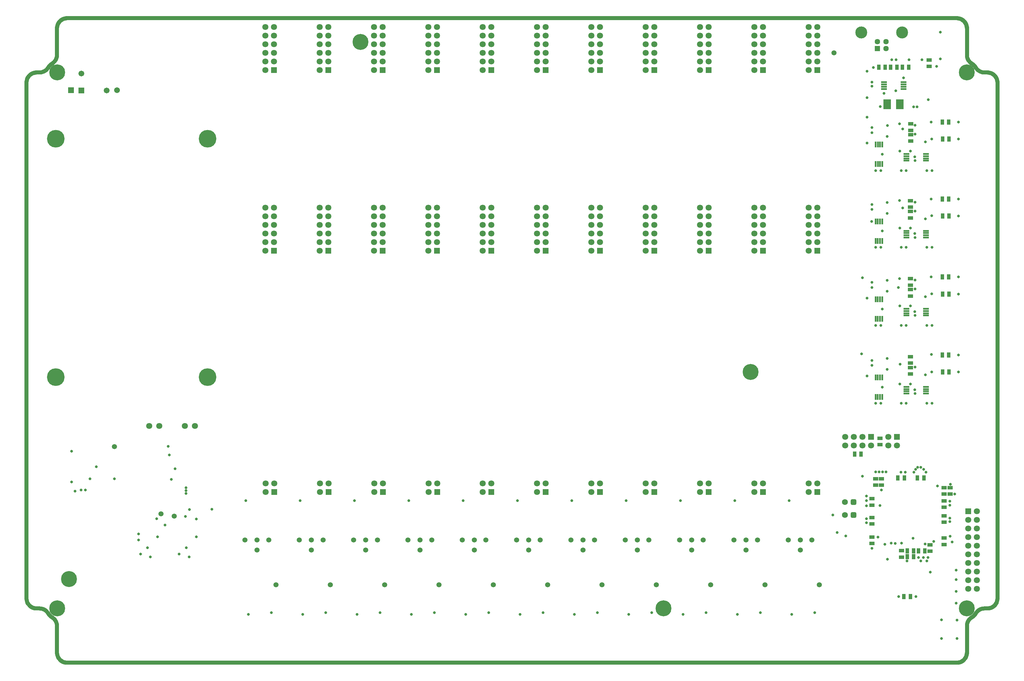
<source format=gbs>
G04*
G04 #@! TF.GenerationSoftware,Altium Limited,Altium Designer,20.1.10 (176)*
G04*
G04 Layer_Color=16711935*
%FSLAX44Y44*%
%MOMM*%
G71*
G04*
G04 #@! TF.SameCoordinates,9A07C0F8-2EC5-444E-B81E-C5A403CEBA23*
G04*
G04*
G04 #@! TF.FilePolarity,Negative*
G04*
G01*
G75*
%ADD10C,0.2000*%
%ADD19C,1.2000*%
%ADD20C,1.2000*%
%ADD22R,1.0032X1.5032*%
%ADD27R,1.5032X1.0032*%
%ADD43R,2.2032X3.0032*%
%ADD49C,1.8032*%
%ADD50R,1.8032X1.8032*%
%ADD51C,1.7032*%
%ADD52R,1.7032X1.7032*%
%ADD53C,1.7032*%
%ADD54R,1.7032X1.7032*%
%ADD55C,5.2032*%
%ADD56R,1.8032X1.8032*%
G04:AMPARAMS|DCode=57|XSize=1.7272mm|YSize=1.7272mm|CornerRadius=0.4826mm|HoleSize=0mm|Usage=FLASHONLY|Rotation=180.000|XOffset=0mm|YOffset=0mm|HoleType=Round|Shape=RoundedRectangle|*
%AMROUNDEDRECTD57*
21,1,1.7272,0.7620,0,0,180.0*
21,1,0.7620,1.7272,0,0,180.0*
1,1,0.9652,-0.3810,0.3810*
1,1,0.9652,0.3810,0.3810*
1,1,0.9652,0.3810,-0.3810*
1,1,0.9652,-0.3810,-0.3810*
%
%ADD57ROUNDEDRECTD57*%
%ADD58C,1.7272*%
%ADD59C,3.5192*%
%ADD60C,1.6112*%
%ADD61R,1.6112X1.6112*%
%ADD62C,0.8032*%
%ADD63C,1.5032*%
%ADD64C,4.7032*%
%ADD137R,0.6132X1.7732*%
%ADD138R,1.7732X0.6132*%
D10*
X65548Y147420D02*
G03*
X76279Y136585I25981J15000D01*
G01*
Y1768255D02*
G03*
X65548Y1757420I15250J-25835D01*
G01*
Y147420D02*
G03*
X39567Y162420I-25981J-15000D01*
G01*
Y1742420D02*
G03*
X65548Y1757420I0J30000D01*
G01*
X91028Y110750D02*
G03*
X76279Y136585I-30000J-0D01*
G01*
Y1768255D02*
G03*
X91028Y1794090I-15250J25835D01*
G01*
X1028Y192420D02*
G03*
X31028Y162420I30000J0D01*
G01*
Y1742420D02*
G03*
X1028Y1712420I0J-30000D01*
G01*
X91028Y32420D02*
G03*
X121028Y2420I30000J0D01*
G01*
Y1902420D02*
G03*
X91028Y1872420I0J-30000D01*
G01*
X2741029Y2420D02*
G03*
X2771028Y32420I0J30000D01*
G01*
X2785779Y136585D02*
G03*
X2771028Y110750I15250J-25835D01*
G01*
X2785779Y136585D02*
G03*
X2796509Y147420I-15250J25835D01*
G01*
X2822490Y162420D02*
G03*
X2796509Y147420I0J-30000D01*
G01*
X2831029Y162420D02*
G03*
X2861029Y192420I0J30000D01*
G01*
Y1712420D02*
G03*
X2831029Y1742420I-30000J0D01*
G01*
X2796509Y1757420D02*
G03*
X2822490Y1742420I25981J15000D01*
G01*
X2796509Y1757420D02*
G03*
X2785779Y1768255I-25981J-15000D01*
G01*
X2771028Y1794090D02*
G03*
X2785779Y1768255I30000J0D01*
G01*
X2771028Y1872420D02*
G03*
X2741029Y1902420I-30000J0D01*
G01*
X2771028Y32420D02*
Y110750D01*
X31028Y1742420D02*
X39567D01*
X31028Y162420D02*
X39567D01*
X91028Y1794090D02*
Y1872420D01*
Y32420D02*
Y110750D01*
X1028Y192420D02*
Y1712420D01*
X121028Y2420D02*
X2741029D01*
X2822490Y162420D02*
X2831029D01*
X2861029Y190228D02*
Y1712420D01*
X2822490Y1742420D02*
X2831029D01*
X2771028Y1794090D02*
Y1872420D01*
X121028Y1902420D02*
X2741029D01*
D19*
X91028Y110750D02*
G03*
X76279Y136585I-30000J-0D01*
G01*
X91028Y32420D02*
G03*
X121028Y2420I30000J0D01*
G01*
X2741029D02*
G03*
X2771028Y32420I0J30000D01*
G01*
X2785779Y136585D02*
G03*
X2771028Y110750I15250J-25835D01*
G01*
X2785779Y136585D02*
G03*
X2796509Y147420I-15250J25835D01*
G01*
X2822490Y162420D02*
G03*
X2796509Y147420I0J-30000D01*
G01*
X2832995Y162420D02*
G03*
X2860803Y190228I0J27808D01*
G01*
X2861029Y1712420D02*
G03*
X2831029Y1742420I-30000J0D01*
G01*
X2796509Y1757420D02*
G03*
X2822490Y1742420I25981J15000D01*
G01*
X2796509Y1757420D02*
G03*
X2785779Y1768255I-25981J-15000D01*
G01*
X2771028Y1794090D02*
G03*
X2785779Y1768255I30000J0D01*
G01*
X2771028Y1872420D02*
G03*
X2741029Y1902420I-30000J0D01*
G01*
X121028D02*
G03*
X91028Y1872420I0J-30000D01*
G01*
X76279Y1768255D02*
G03*
X91028Y1794090I-15250J25835D01*
G01*
X76279Y1768255D02*
G03*
X65548Y1757420I15250J-25835D01*
G01*
X39567Y1742420D02*
G03*
X65548Y1757420I0J30000D01*
G01*
X31028Y1742420D02*
G03*
X1028Y1712420I0J-30000D01*
G01*
Y192420D02*
G03*
X31028Y162420I30000J0D01*
G01*
X65548Y147420D02*
G03*
X39567Y162420I-25981J-15000D01*
G01*
X65548Y147420D02*
G03*
X76279Y136585I25981J15000D01*
G01*
X91028Y110750D02*
G03*
X76279Y136585I-30000J-0D01*
G01*
X91028Y32420D02*
G03*
X121028Y2420I30000J0D01*
G01*
X2741029D02*
G03*
X2771028Y32420I0J30000D01*
G01*
X2785779Y136585D02*
G03*
X2771028Y110750I15250J-25835D01*
G01*
X2785779Y136585D02*
G03*
X2796509Y147420I-15250J25835D01*
G01*
X2822490Y162420D02*
G03*
X2796509Y147420I0J-30000D01*
G01*
X2831029Y162420D02*
G03*
X2861029Y192420I0J30000D01*
G01*
Y1712420D02*
G03*
X2831029Y1742420I-30000J0D01*
G01*
X2796509Y1757420D02*
G03*
X2822490Y1742420I25981J15000D01*
G01*
X2796509Y1757420D02*
G03*
X2785779Y1768255I-25981J-15000D01*
G01*
X2771028Y1794090D02*
G03*
X2785779Y1768255I30000J0D01*
G01*
X2771028Y1872420D02*
G03*
X2741029Y1902420I-30000J0D01*
G01*
X121028D02*
G03*
X91028Y1872420I0J-30000D01*
G01*
X76279Y1768255D02*
G03*
X91028Y1794090I-15250J25835D01*
G01*
X76279Y1768255D02*
G03*
X65548Y1757420I15250J-25835D01*
G01*
X39567Y1742420D02*
G03*
X65548Y1757420I0J30000D01*
G01*
X31028Y1742420D02*
G03*
X1028Y1712420I0J-30000D01*
G01*
Y192420D02*
G03*
X31028Y162420I30000J0D01*
G01*
X65548Y147420D02*
G03*
X39567Y162420I-25981J-15000D01*
G01*
X65548Y147420D02*
G03*
X76279Y136585I25981J15000D01*
G01*
X91028Y110750D02*
G03*
X76279Y136585I-30000J-0D01*
G01*
X91028Y32420D02*
G03*
X121028Y2420I30000J0D01*
G01*
X2741029D02*
G03*
X2771028Y32420I0J30000D01*
G01*
X2785779Y136585D02*
G03*
X2771028Y110750I15250J-25835D01*
G01*
X2785779Y136585D02*
G03*
X2796509Y147420I-15250J25835D01*
G01*
X2822490Y162420D02*
G03*
X2796509Y147420I0J-30000D01*
G01*
X2831029Y162420D02*
G03*
X2861029Y192420I0J30000D01*
G01*
Y1712420D02*
G03*
X2831029Y1742420I-30000J0D01*
G01*
X2796509Y1757420D02*
G03*
X2822490Y1742420I25981J15000D01*
G01*
X2796509Y1757420D02*
G03*
X2785779Y1768255I-25981J-15000D01*
G01*
X2771028Y1794090D02*
G03*
X2785779Y1768255I30000J0D01*
G01*
X2771028Y1872420D02*
G03*
X2741029Y1902420I-30000J0D01*
G01*
X121028D02*
G03*
X91028Y1872420I0J-30000D01*
G01*
X76279Y1768255D02*
G03*
X91028Y1794090I-15250J25835D01*
G01*
X76279Y1768255D02*
G03*
X65548Y1757420I15250J-25835D01*
G01*
X39567Y1742420D02*
G03*
X65548Y1757420I0J30000D01*
G01*
X31028Y1742420D02*
G03*
X1028Y1712420I0J-30000D01*
G01*
Y192420D02*
G03*
X31028Y162420I30000J0D01*
G01*
X65548Y147420D02*
G03*
X39567Y162420I-25981J-15000D01*
G01*
X65548Y147420D02*
G03*
X76279Y136585I25981J15000D01*
G01*
Y136585D02*
X77920Y135543D01*
X80985Y133150D01*
X83714Y130381D01*
X86063Y127282D01*
X87991Y123905D01*
X89465Y120308D01*
X90463Y116550D01*
X90965Y112694D01*
X91028Y110750D01*
X91028Y32420D01*
Y30454D02*
Y32420D01*
Y30454D02*
X91542Y26555D01*
X92560Y22756D01*
X94065Y19123D01*
X96031Y15717D01*
X98425Y12597D01*
X101206Y9816D01*
X104326Y7423D01*
X107731Y5456D01*
X111365Y3951D01*
X115163Y2933D01*
X119062Y2420D01*
X121028Y2420D01*
X2741029D01*
X2742995D01*
X2746894Y2933D01*
X2750692Y3951D01*
X2754326Y5456D01*
X2757731Y7423D01*
X2760851Y9816D01*
X2763632Y12597D01*
X2766026Y15717D01*
X2767992Y19123D01*
X2769497Y22756D01*
X2770515Y26555D01*
X2771028Y30454D01*
Y32420D01*
Y110750D01*
X2771092Y112694D01*
X2771595Y116550D01*
X2772592Y120308D01*
X2774066Y123905D01*
X2775994Y127282D01*
X2778343Y130381D01*
X2781072Y133150D01*
X2784136Y135543D01*
X2785779Y136585D01*
X2787440Y137566D01*
X2790486Y139938D01*
X2793202Y142681D01*
X2795544Y145749D01*
X2796509Y147420D01*
X2797546Y149087D01*
X2799935Y152200D01*
X2802710Y154975D01*
X2805823Y157364D01*
X2809221Y159326D01*
X2812847Y160828D01*
X2816637Y161844D01*
X2820528Y162356D01*
X2822490Y162420D01*
X2831029D01*
X2832995D01*
X2836894Y162933D01*
X2840692Y163951D01*
X2844326Y165456D01*
X2847731Y167422D01*
X2850851Y169816D01*
X2853632Y172597D01*
X2856026Y175717D01*
X2857993Y179123D01*
X2859497Y182756D01*
X2860515Y186555D01*
X2861029Y190454D01*
Y192420D01*
Y1712420D01*
Y1714386D01*
X2860515Y1718285D02*
X2861029Y1714386D01*
X2859497Y1722084D02*
X2860515Y1718285D01*
X2857993Y1725717D02*
X2859497Y1722084D01*
X2856026Y1729123D02*
X2857993Y1725717D01*
X2853632Y1732243D02*
X2856026Y1729123D01*
X2850851Y1735023D02*
X2853632Y1732243D01*
X2847731Y1737417D02*
X2850851Y1735023D01*
X2844326Y1739384D02*
X2847731Y1737417D01*
X2840692Y1740889D02*
X2844326Y1739384D01*
X2836894Y1741907D02*
X2840692Y1740889D01*
X2832995Y1742420D02*
X2836894Y1741907D01*
X2831029Y1742420D02*
X2832995D01*
X2822490D02*
X2831029D01*
X2820528Y1742484D02*
X2822490Y1742420D01*
X2816637Y1742996D02*
X2820528Y1742484D01*
X2812847Y1744012D02*
X2816637Y1742996D01*
X2809221Y1745514D02*
X2812847Y1744012D01*
X2805823Y1747476D02*
X2809221Y1745514D01*
X2802710Y1749865D02*
X2805823Y1747476D01*
X2799935Y1752639D02*
X2802710Y1749865D01*
X2797546Y1755753D02*
X2799935Y1752639D01*
X2796509Y1757420D02*
X2797546Y1755753D01*
X2795544Y1759091D02*
X2796509Y1757420D01*
X2793202Y1762159D02*
X2795544Y1759091D01*
X2790486Y1764902D02*
X2793202Y1762159D01*
X2787440Y1767274D02*
X2790486Y1764902D01*
X2785779Y1768255D02*
X2787440Y1767274D01*
X2784136Y1769297D02*
X2785779Y1768255D01*
X2781072Y1771690D02*
X2784136Y1769297D01*
X2778343Y1774459D02*
X2781072Y1771690D01*
X2775994Y1777558D02*
X2778343Y1774459D01*
X2774066Y1780935D02*
X2775994Y1777558D01*
X2772592Y1784532D02*
X2774066Y1780935D01*
X2771595Y1788290D02*
X2772592Y1784532D01*
X2771092Y1792146D02*
X2771595Y1788290D01*
X2771028Y1794090D02*
X2771092Y1792146D01*
X2771028Y1794090D02*
Y1872420D01*
Y1874386D01*
X2770515Y1878285D02*
X2771028Y1874386D01*
X2769497Y1882084D02*
X2770515Y1878285D01*
X2767992Y1885717D02*
X2769497Y1882084D01*
X2766026Y1889123D02*
X2767992Y1885717D01*
X2763632Y1892243D02*
X2766026Y1889123D01*
X2760851Y1895023D02*
X2763632Y1892243D01*
X2757731Y1897417D02*
X2760851Y1895023D01*
X2754326Y1899384D02*
X2757731Y1897417D01*
X2750692Y1900889D02*
X2754326Y1899384D01*
X2746894Y1901907D02*
X2750692Y1900889D01*
X2742995Y1902420D02*
X2746894Y1901907D01*
X2741029Y1902420D02*
X2742995D01*
X121028D02*
X2741029D01*
X119062D02*
X121028D01*
X115163Y1901907D02*
X119062Y1902420D01*
X111365Y1900889D02*
X115163Y1901907D01*
X107731Y1899384D02*
X111365Y1900889D01*
X104326Y1897417D02*
X107731Y1899384D01*
X101206Y1895023D02*
X104326Y1897417D01*
X98425Y1892243D02*
X101206Y1895023D01*
X96031Y1889123D02*
X98425Y1892243D01*
X94065Y1885717D02*
X96031Y1889123D01*
X92560Y1882084D02*
X94065Y1885717D01*
X91542Y1878285D02*
X92560Y1882084D01*
X91028Y1874386D02*
X91542Y1878285D01*
X91028Y1872420D02*
Y1874386D01*
Y1794090D02*
Y1872420D01*
X90965Y1792146D02*
X91028Y1794090D01*
X90463Y1788290D02*
X90965Y1792146D01*
X89465Y1784532D02*
X90463Y1788290D01*
X87991Y1780935D02*
X89465Y1784532D01*
X86063Y1777558D02*
X87991Y1780935D01*
X83714Y1774459D02*
X86063Y1777558D01*
X80985Y1771690D02*
X83714Y1774459D01*
X77920Y1769297D02*
X80985Y1771690D01*
X76279Y1768255D02*
X77920Y1769297D01*
X74616Y1767274D02*
X76279Y1768255D01*
X71571Y1764902D02*
X74616Y1767274D01*
X68855Y1762159D02*
X71571Y1764902D01*
X66513Y1759091D02*
X68855Y1762159D01*
X65548Y1757420D02*
X66513Y1759091D01*
X64511Y1755753D02*
X65548Y1757420D01*
X62122Y1752639D02*
X64511Y1755753D01*
X59347Y1749865D02*
X62122Y1752639D01*
X56234Y1747476D02*
X59347Y1749865D01*
X52836Y1745514D02*
X56234Y1747476D01*
X49210Y1744012D02*
X52836Y1745514D01*
X45420Y1742996D02*
X49210Y1744012D01*
X41529Y1742484D02*
X45420Y1742996D01*
X39567Y1742420D02*
X41529Y1742484D01*
X31028Y1742420D02*
X39567D01*
X29062D02*
X31028D01*
X25163Y1741907D02*
X29062Y1742420D01*
X21365Y1740889D02*
X25163Y1741907D01*
X17731Y1739384D02*
X21365Y1740889D01*
X14325Y1737417D02*
X17731Y1739384D01*
X11206Y1735023D02*
X14325Y1737417D01*
X8425Y1732243D02*
X11206Y1735023D01*
X6031Y1729123D02*
X8425Y1732243D01*
X4065Y1725717D02*
X6031Y1729123D01*
X2560Y1722084D02*
X4065Y1725717D01*
X1542Y1718285D02*
X2560Y1722084D01*
X1028Y1714386D02*
X1542Y1718285D01*
X1028Y1712420D02*
Y1714386D01*
Y192420D02*
Y1712420D01*
Y190454D02*
Y192420D01*
Y190454D02*
X1542Y186555D01*
X2560Y182756D01*
X4065Y179123D01*
X6031Y175717D01*
X8425Y172597D01*
X11206Y169816D01*
X14325Y167422D01*
X17731Y165456D01*
X21365Y163951D01*
X25163Y162933D01*
X29062Y162420D01*
X31028Y162420D01*
X39567D01*
X41529Y162356D01*
X45420Y161844D01*
X49210Y160828D01*
X52836Y159326D01*
X56234Y157364D01*
X59347Y154975D01*
X62122Y152200D01*
X64511Y149087D01*
X65548Y147420D01*
X66513Y145749D01*
X68855Y142681D01*
X71571Y139938D01*
X74616Y137566D01*
X76279Y136585D01*
X91028Y32420D02*
Y110750D01*
X121028Y2420D02*
X2741029D01*
X2771028Y32420D02*
Y110750D01*
X2796509Y147420D02*
X2796509Y147420D01*
X2822490Y162420D02*
Y162420D01*
Y162420D02*
X2831029D01*
X2861029Y192420D02*
Y1712420D01*
X2822490Y1742420D02*
X2831029D01*
X2822490Y1742420D02*
Y1742420D01*
X2796509Y1757420D02*
X2796509Y1757420D01*
X2771028Y1794090D02*
Y1872420D01*
X121028Y1902420D02*
X2741029D01*
X91028Y1794090D02*
Y1872420D01*
X31028Y1742420D02*
X39567D01*
X1028Y192420D02*
Y1712420D01*
X31028Y162420D02*
X39567D01*
X91028Y32420D02*
Y110750D01*
X121028Y2420D02*
X2741029D01*
X2771028Y32420D02*
Y110750D01*
X2796509Y147420D02*
X2796509Y147420D01*
X2822490Y162420D02*
Y162420D01*
Y162420D02*
X2831029D01*
X2861029Y192420D02*
Y1712420D01*
X2822490Y1742420D02*
X2831029D01*
X2822490Y1742420D02*
Y1742420D01*
X2796509Y1757420D02*
X2796509Y1757420D01*
X2771028Y1794090D02*
Y1872420D01*
X121028Y1902420D02*
X2741029D01*
X91028Y1794090D02*
Y1872420D01*
X31028Y1742420D02*
X39567D01*
X1028Y192420D02*
Y1712420D01*
X31028Y162420D02*
X39567D01*
X91028Y32420D02*
Y110750D01*
X121028Y2420D02*
X2741029D01*
X2771028Y32420D02*
Y110750D01*
X2796509Y147420D02*
X2796509Y147420D01*
X2822490Y162420D02*
Y162420D01*
Y162420D02*
X2831029D01*
X2861029Y192420D02*
Y1712420D01*
X2822490Y1742420D02*
X2831029D01*
X2822490Y1742420D02*
Y1742420D01*
X2796509Y1757420D02*
X2796509Y1757420D01*
X2771028Y1794090D02*
Y1872420D01*
X121028Y1902420D02*
X2741029D01*
X91028Y1794090D02*
Y1872420D01*
X31028Y1742420D02*
X39567D01*
X1028Y192420D02*
Y1712420D01*
X31028Y162420D02*
X39567D01*
D20*
X76279Y136585D02*
X77920Y135543D01*
X80985Y133150D01*
X83714Y130381D01*
X86063Y127282D01*
X87991Y123905D01*
X89465Y120308D01*
X90463Y116550D01*
X90965Y112694D01*
X91028Y110750D01*
X91028Y32420D01*
Y30454D02*
Y32420D01*
Y30454D02*
X91542Y26555D01*
X92560Y22756D01*
X94065Y19123D01*
X96031Y15717D01*
X98425Y12597D01*
X101206Y9816D01*
X104326Y7423D01*
X107731Y5456D01*
X111365Y3951D01*
X115163Y2933D01*
X119062Y2420D01*
X121028Y2420D01*
X2741029D01*
X2742995D01*
X2746894Y2933D01*
X2750692Y3951D01*
X2754326Y5456D01*
X2757731Y7423D01*
X2760851Y9816D01*
X2763632Y12597D01*
X2766026Y15717D01*
X2767992Y19123D01*
X2769497Y22756D01*
X2770515Y26555D01*
X2771028Y30454D01*
Y32420D01*
Y110750D01*
X2771092Y112694D01*
X2771595Y116550D01*
X2772592Y120308D01*
X2774066Y123905D01*
X2775994Y127282D01*
X2778343Y130381D01*
X2781072Y133150D01*
X2784136Y135543D01*
X2785779Y136585D01*
X2787440Y137566D01*
X2790486Y139938D01*
X2793202Y142681D01*
X2795544Y145749D01*
X2796509Y147420D01*
X2797546Y149087D01*
X2799935Y152200D01*
X2802710Y154975D01*
X2805823Y157364D01*
X2809221Y159326D01*
X2812847Y160828D01*
X2816637Y161844D01*
X2820528Y162356D01*
X2822490Y162420D01*
X2831029D01*
X2832995D01*
X2836894Y162933D01*
X2840692Y163951D01*
X2844326Y165456D01*
X2847731Y167422D01*
X2850851Y169816D01*
X2853632Y172597D01*
X2856026Y175717D01*
X2857993Y179123D01*
X2859497Y182756D01*
X2860515Y186555D01*
X2861029Y190454D01*
Y192420D01*
Y1712420D01*
Y1714386D01*
X2860515Y1718285D02*
X2861029Y1714386D01*
X2859497Y1722084D02*
X2860515Y1718285D01*
X2857993Y1725717D02*
X2859497Y1722084D01*
X2856026Y1729123D02*
X2857993Y1725717D01*
X2853632Y1732243D02*
X2856026Y1729123D01*
X2850851Y1735023D02*
X2853632Y1732243D01*
X2847731Y1737417D02*
X2850851Y1735023D01*
X2844326Y1739384D02*
X2847731Y1737417D01*
X2840692Y1740889D02*
X2844326Y1739384D01*
X2836894Y1741907D02*
X2840692Y1740889D01*
X2832995Y1742420D02*
X2836894Y1741907D01*
X2831029Y1742420D02*
X2832995D01*
X2822490D02*
X2831029D01*
X2820528Y1742484D02*
X2822490Y1742420D01*
X2816637Y1742996D02*
X2820528Y1742484D01*
X2812847Y1744012D02*
X2816637Y1742996D01*
X2809221Y1745514D02*
X2812847Y1744012D01*
X2805823Y1747476D02*
X2809221Y1745514D01*
X2802710Y1749865D02*
X2805823Y1747476D01*
X2799935Y1752639D02*
X2802710Y1749865D01*
X2797546Y1755753D02*
X2799935Y1752639D01*
X2796509Y1757420D02*
X2797546Y1755753D01*
X2795544Y1759091D02*
X2796509Y1757420D01*
X2793202Y1762159D02*
X2795544Y1759091D01*
X2790486Y1764902D02*
X2793202Y1762159D01*
X2787440Y1767274D02*
X2790486Y1764902D01*
X2785779Y1768255D02*
X2787440Y1767274D01*
X2784136Y1769297D02*
X2785779Y1768255D01*
X2781072Y1771690D02*
X2784136Y1769297D01*
X2778343Y1774459D02*
X2781072Y1771690D01*
X2775994Y1777558D02*
X2778343Y1774459D01*
X2774066Y1780935D02*
X2775994Y1777558D01*
X2772592Y1784532D02*
X2774066Y1780935D01*
X2771595Y1788290D02*
X2772592Y1784532D01*
X2771092Y1792146D02*
X2771595Y1788290D01*
X2771028Y1794090D02*
X2771092Y1792146D01*
X2771028Y1794090D02*
Y1872420D01*
Y1874386D01*
X2770515Y1878285D02*
X2771028Y1874386D01*
X2769497Y1882084D02*
X2770515Y1878285D01*
X2767992Y1885717D02*
X2769497Y1882084D01*
X2766026Y1889123D02*
X2767992Y1885717D01*
X2763632Y1892243D02*
X2766026Y1889123D01*
X2760851Y1895023D02*
X2763632Y1892243D01*
X2757731Y1897417D02*
X2760851Y1895023D01*
X2754326Y1899384D02*
X2757731Y1897417D01*
X2750692Y1900889D02*
X2754326Y1899384D01*
X2746894Y1901907D02*
X2750692Y1900889D01*
X2742995Y1902420D02*
X2746894Y1901907D01*
X2741029Y1902420D02*
X2742995D01*
X121028D02*
X2741029D01*
X119062D02*
X121028D01*
X115163Y1901907D02*
X119062Y1902420D01*
X111365Y1900889D02*
X115163Y1901907D01*
X107731Y1899384D02*
X111365Y1900889D01*
X104326Y1897417D02*
X107731Y1899384D01*
X101206Y1895023D02*
X104326Y1897417D01*
X98425Y1892243D02*
X101206Y1895023D01*
X96031Y1889123D02*
X98425Y1892243D01*
X94065Y1885717D02*
X96031Y1889123D01*
X92560Y1882084D02*
X94065Y1885717D01*
X91542Y1878285D02*
X92560Y1882084D01*
X91028Y1874386D02*
X91542Y1878285D01*
X91028Y1872420D02*
Y1874386D01*
Y1794090D02*
Y1872420D01*
X90965Y1792146D02*
X91028Y1794090D01*
X90463Y1788290D02*
X90965Y1792146D01*
X89465Y1784532D02*
X90463Y1788290D01*
X87991Y1780935D02*
X89465Y1784532D01*
X86063Y1777558D02*
X87991Y1780935D01*
X83714Y1774459D02*
X86063Y1777558D01*
X80985Y1771690D02*
X83714Y1774459D01*
X77920Y1769297D02*
X80985Y1771690D01*
X76279Y1768255D02*
X77920Y1769297D01*
X74616Y1767274D02*
X76279Y1768255D01*
X71571Y1764902D02*
X74616Y1767274D01*
X68855Y1762159D02*
X71571Y1764902D01*
X66513Y1759091D02*
X68855Y1762159D01*
X65548Y1757420D02*
X66513Y1759091D01*
X64511Y1755753D02*
X65548Y1757420D01*
X62122Y1752639D02*
X64511Y1755753D01*
X59347Y1749865D02*
X62122Y1752639D01*
X56234Y1747476D02*
X59347Y1749865D01*
X52836Y1745514D02*
X56234Y1747476D01*
X49210Y1744012D02*
X52836Y1745514D01*
X45420Y1742996D02*
X49210Y1744012D01*
X41529Y1742484D02*
X45420Y1742996D01*
X39567Y1742420D02*
X41529Y1742484D01*
X31028Y1742420D02*
X39567D01*
X29062D02*
X31028D01*
X25163Y1741907D02*
X29062Y1742420D01*
X21365Y1740889D02*
X25163Y1741907D01*
X17731Y1739384D02*
X21365Y1740889D01*
X14325Y1737417D02*
X17731Y1739384D01*
X11206Y1735023D02*
X14325Y1737417D01*
X8425Y1732243D02*
X11206Y1735023D01*
X6031Y1729123D02*
X8425Y1732243D01*
X4065Y1725717D02*
X6031Y1729123D01*
X2560Y1722084D02*
X4065Y1725717D01*
X1542Y1718285D02*
X2560Y1722084D01*
X1028Y1714386D02*
X1542Y1718285D01*
X1028Y1712420D02*
Y1714386D01*
Y192420D02*
Y1712420D01*
Y190454D02*
Y192420D01*
Y190454D02*
X1542Y186555D01*
X2560Y182756D01*
X4065Y179123D01*
X6031Y175717D01*
X8425Y172597D01*
X11206Y169816D01*
X14325Y167422D01*
X17731Y165456D01*
X21365Y163951D01*
X25163Y162933D01*
X29062Y162420D01*
X31028Y162420D01*
X39567D01*
X41529Y162356D01*
X45420Y161844D01*
X49210Y160828D01*
X52836Y159326D01*
X56234Y157364D01*
X59347Y154975D01*
X62122Y152200D01*
X64511Y149087D01*
X65548Y147420D01*
X66513Y145749D01*
X68855Y142681D01*
X71571Y139938D01*
X74616Y137566D01*
X76279Y136585D01*
X77920Y135543D01*
X80985Y133150D01*
X83714Y130381D01*
X86063Y127282D01*
X87991Y123905D01*
X89465Y120308D01*
X90463Y116550D01*
X90965Y112694D01*
X91028Y110750D01*
X91028Y32420D01*
Y30454D02*
Y32420D01*
Y30454D02*
X91542Y26555D01*
X92560Y22756D01*
X94065Y19123D01*
X96031Y15717D01*
X98425Y12597D01*
X101206Y9816D01*
X104326Y7423D01*
X107731Y5456D01*
X111365Y3951D01*
X115163Y2933D01*
X119062Y2420D01*
X121028Y2420D01*
X2741029D01*
X2742995D01*
X2746894Y2933D01*
X2750692Y3951D01*
X2754326Y5456D01*
X2757731Y7423D01*
X2760851Y9816D01*
X2763632Y12597D01*
X2766026Y15717D01*
X2767992Y19123D01*
X2769497Y22756D01*
X2770515Y26555D01*
X2771028Y30454D01*
Y32420D01*
Y110750D01*
X2771092Y112694D01*
X2771595Y116550D01*
X2772592Y120308D01*
X2774066Y123905D01*
X2775994Y127282D01*
X2778343Y130381D01*
X2781072Y133150D01*
X2784136Y135543D01*
X2785779Y136585D01*
X2787440Y137566D01*
X2790486Y139938D01*
X2793202Y142681D01*
X2795544Y145749D01*
X2796509Y147420D01*
X2797546Y149087D01*
X2799935Y152200D01*
X2802710Y154975D01*
X2805823Y157364D01*
X2809221Y159326D01*
X2812847Y160828D01*
X2816637Y161844D01*
X2820528Y162356D01*
X2822490Y162420D01*
X2831029D01*
X2832995D01*
X2836894Y162933D01*
X2840692Y163951D01*
X2844326Y165456D01*
X2847731Y167422D01*
X2850851Y169816D01*
X2853632Y172597D01*
X2856026Y175717D01*
X2857993Y179123D01*
X2859497Y182756D01*
X2860515Y186555D01*
X2861029Y190454D01*
Y192420D01*
Y1712420D01*
Y1714386D01*
X2860515Y1718285D02*
X2861029Y1714386D01*
X2859497Y1722084D02*
X2860515Y1718285D01*
X2857993Y1725717D02*
X2859497Y1722084D01*
X2856026Y1729123D02*
X2857993Y1725717D01*
X2853632Y1732243D02*
X2856026Y1729123D01*
X2850851Y1735023D02*
X2853632Y1732243D01*
X2847731Y1737417D02*
X2850851Y1735023D01*
X2844326Y1739384D02*
X2847731Y1737417D01*
X2840692Y1740889D02*
X2844326Y1739384D01*
X2836894Y1741907D02*
X2840692Y1740889D01*
X2832995Y1742420D02*
X2836894Y1741907D01*
X2831029Y1742420D02*
X2832995D01*
X2822490D02*
X2831029D01*
X2820528Y1742484D02*
X2822490Y1742420D01*
X2816637Y1742996D02*
X2820528Y1742484D01*
X2812847Y1744012D02*
X2816637Y1742996D01*
X2809221Y1745514D02*
X2812847Y1744012D01*
X2805823Y1747476D02*
X2809221Y1745514D01*
X2802710Y1749865D02*
X2805823Y1747476D01*
X2799935Y1752639D02*
X2802710Y1749865D01*
X2797546Y1755753D02*
X2799935Y1752639D01*
X2796509Y1757420D02*
X2797546Y1755753D01*
X2795544Y1759091D02*
X2796509Y1757420D01*
X2793202Y1762159D02*
X2795544Y1759091D01*
X2790486Y1764902D02*
X2793202Y1762159D01*
X2787440Y1767274D02*
X2790486Y1764902D01*
X2785779Y1768255D02*
X2787440Y1767274D01*
X2784136Y1769297D02*
X2785779Y1768255D01*
X2781072Y1771690D02*
X2784136Y1769297D01*
X2778343Y1774459D02*
X2781072Y1771690D01*
X2775994Y1777558D02*
X2778343Y1774459D01*
X2774066Y1780935D02*
X2775994Y1777558D01*
X2772592Y1784532D02*
X2774066Y1780935D01*
X2771595Y1788290D02*
X2772592Y1784532D01*
X2771092Y1792146D02*
X2771595Y1788290D01*
X2771028Y1794090D02*
X2771092Y1792146D01*
X2771028Y1794090D02*
Y1872420D01*
Y1874386D01*
X2770515Y1878285D02*
X2771028Y1874386D01*
X2769497Y1882084D02*
X2770515Y1878285D01*
X2767992Y1885717D02*
X2769497Y1882084D01*
X2766026Y1889123D02*
X2767992Y1885717D01*
X2763632Y1892243D02*
X2766026Y1889123D01*
X2760851Y1895023D02*
X2763632Y1892243D01*
X2757731Y1897417D02*
X2760851Y1895023D01*
X2754326Y1899384D02*
X2757731Y1897417D01*
X2750692Y1900889D02*
X2754326Y1899384D01*
X2746894Y1901907D02*
X2750692Y1900889D01*
X2742995Y1902420D02*
X2746894Y1901907D01*
X2741029Y1902420D02*
X2742995D01*
X121028D02*
X2741029D01*
X119062D02*
X121028D01*
X115163Y1901907D02*
X119062Y1902420D01*
X111365Y1900889D02*
X115163Y1901907D01*
X107731Y1899384D02*
X111365Y1900889D01*
X104326Y1897417D02*
X107731Y1899384D01*
X101206Y1895023D02*
X104326Y1897417D01*
X98425Y1892243D02*
X101206Y1895023D01*
X96031Y1889123D02*
X98425Y1892243D01*
X94065Y1885717D02*
X96031Y1889123D01*
X92560Y1882084D02*
X94065Y1885717D01*
X91542Y1878285D02*
X92560Y1882084D01*
X91028Y1874386D02*
X91542Y1878285D01*
X91028Y1872420D02*
Y1874386D01*
Y1794090D02*
Y1872420D01*
X90965Y1792146D02*
X91028Y1794090D01*
X90463Y1788290D02*
X90965Y1792146D01*
X89465Y1784532D02*
X90463Y1788290D01*
X87991Y1780935D02*
X89465Y1784532D01*
X86063Y1777558D02*
X87991Y1780935D01*
X83714Y1774459D02*
X86063Y1777558D01*
X80985Y1771690D02*
X83714Y1774459D01*
X77920Y1769297D02*
X80985Y1771690D01*
X76279Y1768255D02*
X77920Y1769297D01*
X74616Y1767274D02*
X76279Y1768255D01*
X71571Y1764902D02*
X74616Y1767274D01*
X68855Y1762159D02*
X71571Y1764902D01*
X66513Y1759091D02*
X68855Y1762159D01*
X65548Y1757420D02*
X66513Y1759091D01*
X64511Y1755753D02*
X65548Y1757420D01*
X62122Y1752639D02*
X64511Y1755753D01*
X59347Y1749865D02*
X62122Y1752639D01*
X56234Y1747476D02*
X59347Y1749865D01*
X52836Y1745514D02*
X56234Y1747476D01*
X49210Y1744012D02*
X52836Y1745514D01*
X45420Y1742996D02*
X49210Y1744012D01*
X41529Y1742484D02*
X45420Y1742996D01*
X39567Y1742420D02*
X41529Y1742484D01*
X31028Y1742420D02*
X39567D01*
X29062D02*
X31028D01*
X25163Y1741907D02*
X29062Y1742420D01*
X21365Y1740889D02*
X25163Y1741907D01*
X17731Y1739384D02*
X21365Y1740889D01*
X14325Y1737417D02*
X17731Y1739384D01*
X11206Y1735023D02*
X14325Y1737417D01*
X8425Y1732243D02*
X11206Y1735023D01*
X6031Y1729123D02*
X8425Y1732243D01*
X4065Y1725717D02*
X6031Y1729123D01*
X2560Y1722084D02*
X4065Y1725717D01*
X1542Y1718285D02*
X2560Y1722084D01*
X1028Y1714386D02*
X1542Y1718285D01*
X1028Y1712420D02*
Y1714386D01*
Y192420D02*
Y1712420D01*
Y190454D02*
Y192420D01*
Y190454D02*
X1542Y186555D01*
X2560Y182756D01*
X4065Y179123D01*
X6031Y175717D01*
X8425Y172597D01*
X11206Y169816D01*
X14325Y167422D01*
X17731Y165456D01*
X21365Y163951D01*
X25163Y162933D01*
X29062Y162420D01*
X31028Y162420D01*
X39567D01*
X41529Y162356D01*
X45420Y161844D01*
X49210Y160828D01*
X52836Y159326D01*
X56234Y157364D01*
X59347Y154975D01*
X62122Y152200D01*
X64511Y149087D01*
X65548Y147420D01*
X66513Y145749D01*
X68855Y142681D01*
X71571Y139938D01*
X74616Y137566D01*
X76279Y136585D01*
X77920Y135543D01*
X80985Y133150D01*
X83714Y130381D01*
X86063Y127282D01*
X87991Y123905D01*
X89465Y120308D01*
X90463Y116550D01*
X90965Y112694D01*
X91028Y110750D01*
X91028Y32420D01*
Y30454D02*
Y32420D01*
Y30454D02*
X91542Y26555D01*
X92560Y22756D01*
X94065Y19123D01*
X96031Y15717D01*
X98425Y12597D01*
X101206Y9816D01*
X104326Y7423D01*
X107731Y5456D01*
X111365Y3951D01*
X115163Y2933D01*
X119062Y2420D01*
X121028Y2420D01*
X2741029D01*
X2742995D01*
X2746894Y2933D01*
X2750692Y3951D01*
X2754326Y5456D01*
X2757731Y7423D01*
X2760851Y9816D01*
X2763632Y12597D01*
X2766026Y15717D01*
X2767992Y19123D01*
X2769497Y22756D01*
X2770515Y26555D01*
X2771028Y30454D01*
Y32420D01*
Y110750D01*
X2771092Y112694D01*
X2771595Y116550D01*
X2772592Y120308D01*
X2774066Y123905D01*
X2775994Y127282D01*
X2778343Y130381D01*
X2781072Y133150D01*
X2784136Y135543D01*
X2785779Y136585D01*
X2787440Y137566D01*
X2790486Y139938D01*
X2793202Y142681D01*
X2795544Y145749D01*
X2796509Y147420D01*
X2797546Y149087D01*
X2799935Y152200D01*
X2802710Y154975D01*
X2805823Y157364D01*
X2809221Y159326D01*
X2812847Y160828D01*
X2816637Y161844D01*
X2820528Y162356D01*
X2822490Y162420D01*
X2831029D01*
X2832995D01*
X2836894Y162933D01*
X2840692Y163951D01*
X2844326Y165456D01*
X2847731Y167422D01*
X2850851Y169816D01*
X2853632Y172597D01*
X2856026Y175717D01*
X2857993Y179123D01*
X2859497Y182756D01*
X2860515Y186555D01*
X2861029Y190454D01*
Y192420D01*
Y1712420D01*
Y1714386D01*
X2860515Y1718285D02*
X2861029Y1714386D01*
X2859497Y1722084D02*
X2860515Y1718285D01*
X2857993Y1725717D02*
X2859497Y1722084D01*
X2856026Y1729123D02*
X2857993Y1725717D01*
X2853632Y1732243D02*
X2856026Y1729123D01*
X2850851Y1735023D02*
X2853632Y1732243D01*
X2847731Y1737417D02*
X2850851Y1735023D01*
X2844326Y1739384D02*
X2847731Y1737417D01*
X2840692Y1740889D02*
X2844326Y1739384D01*
X2836894Y1741907D02*
X2840692Y1740889D01*
X2832995Y1742420D02*
X2836894Y1741907D01*
X2831029Y1742420D02*
X2832995D01*
X2822490D02*
X2831029D01*
X2820528Y1742484D02*
X2822490Y1742420D01*
X2816637Y1742996D02*
X2820528Y1742484D01*
X2812847Y1744012D02*
X2816637Y1742996D01*
X2809221Y1745514D02*
X2812847Y1744012D01*
X2805823Y1747476D02*
X2809221Y1745514D01*
X2802710Y1749865D02*
X2805823Y1747476D01*
X2799935Y1752639D02*
X2802710Y1749865D01*
X2797546Y1755753D02*
X2799935Y1752639D01*
X2796509Y1757420D02*
X2797546Y1755753D01*
X2795544Y1759091D02*
X2796509Y1757420D01*
X2793202Y1762159D02*
X2795544Y1759091D01*
X2790486Y1764902D02*
X2793202Y1762159D01*
X2787440Y1767274D02*
X2790486Y1764902D01*
X2785779Y1768255D02*
X2787440Y1767274D01*
X2784136Y1769297D02*
X2785779Y1768255D01*
X2781072Y1771690D02*
X2784136Y1769297D01*
X2778343Y1774459D02*
X2781072Y1771690D01*
X2775994Y1777558D02*
X2778343Y1774459D01*
X2774066Y1780935D02*
X2775994Y1777558D01*
X2772592Y1784532D02*
X2774066Y1780935D01*
X2771595Y1788290D02*
X2772592Y1784532D01*
X2771092Y1792146D02*
X2771595Y1788290D01*
X2771028Y1794090D02*
X2771092Y1792146D01*
X2771028Y1794090D02*
Y1872420D01*
Y1874386D01*
X2770515Y1878285D02*
X2771028Y1874386D01*
X2769497Y1882084D02*
X2770515Y1878285D01*
X2767992Y1885717D02*
X2769497Y1882084D01*
X2766026Y1889123D02*
X2767992Y1885717D01*
X2763632Y1892243D02*
X2766026Y1889123D01*
X2760851Y1895023D02*
X2763632Y1892243D01*
X2757731Y1897417D02*
X2760851Y1895023D01*
X2754326Y1899384D02*
X2757731Y1897417D01*
X2750692Y1900889D02*
X2754326Y1899384D01*
X2746894Y1901907D02*
X2750692Y1900889D01*
X2742995Y1902420D02*
X2746894Y1901907D01*
X2741029Y1902420D02*
X2742995D01*
X121028D02*
X2741029D01*
X119062D02*
X121028D01*
X115163Y1901907D02*
X119062Y1902420D01*
X111365Y1900889D02*
X115163Y1901907D01*
X107731Y1899384D02*
X111365Y1900889D01*
X104326Y1897417D02*
X107731Y1899384D01*
X101206Y1895023D02*
X104326Y1897417D01*
X98425Y1892243D02*
X101206Y1895023D01*
X96031Y1889123D02*
X98425Y1892243D01*
X94065Y1885717D02*
X96031Y1889123D01*
X92560Y1882084D02*
X94065Y1885717D01*
X91542Y1878285D02*
X92560Y1882084D01*
X91028Y1874386D02*
X91542Y1878285D01*
X91028Y1872420D02*
Y1874386D01*
Y1794090D02*
Y1872420D01*
X90965Y1792146D02*
X91028Y1794090D01*
X90463Y1788290D02*
X90965Y1792146D01*
X89465Y1784532D02*
X90463Y1788290D01*
X87991Y1780935D02*
X89465Y1784532D01*
X86063Y1777558D02*
X87991Y1780935D01*
X83714Y1774459D02*
X86063Y1777558D01*
X80985Y1771690D02*
X83714Y1774459D01*
X77920Y1769297D02*
X80985Y1771690D01*
X76279Y1768255D02*
X77920Y1769297D01*
X74616Y1767274D02*
X76279Y1768255D01*
X71571Y1764902D02*
X74616Y1767274D01*
X68855Y1762159D02*
X71571Y1764902D01*
X66513Y1759091D02*
X68855Y1762159D01*
X65548Y1757420D02*
X66513Y1759091D01*
X64511Y1755753D02*
X65548Y1757420D01*
X62122Y1752639D02*
X64511Y1755753D01*
X59347Y1749865D02*
X62122Y1752639D01*
X56234Y1747476D02*
X59347Y1749865D01*
X52836Y1745514D02*
X56234Y1747476D01*
X49210Y1744012D02*
X52836Y1745514D01*
X45420Y1742996D02*
X49210Y1744012D01*
X41529Y1742484D02*
X45420Y1742996D01*
X39567Y1742420D02*
X41529Y1742484D01*
X31028Y1742420D02*
X39567D01*
X29062D02*
X31028D01*
X25163Y1741907D02*
X29062Y1742420D01*
X21365Y1740889D02*
X25163Y1741907D01*
X17731Y1739384D02*
X21365Y1740889D01*
X14325Y1737417D02*
X17731Y1739384D01*
X11206Y1735023D02*
X14325Y1737417D01*
X8425Y1732243D02*
X11206Y1735023D01*
X6031Y1729123D02*
X8425Y1732243D01*
X4065Y1725717D02*
X6031Y1729123D01*
X2560Y1722084D02*
X4065Y1725717D01*
X1542Y1718285D02*
X2560Y1722084D01*
X1028Y1714386D02*
X1542Y1718285D01*
X1028Y1712420D02*
Y1714386D01*
Y192420D02*
Y1712420D01*
Y190454D02*
Y192420D01*
Y190454D02*
X1542Y186555D01*
X2560Y182756D01*
X4065Y179123D01*
X6031Y175717D01*
X8425Y172597D01*
X11206Y169816D01*
X14325Y167422D01*
X17731Y165456D01*
X21365Y163951D01*
X25163Y162933D01*
X29062Y162420D01*
X31028Y162420D01*
X39567D01*
X41529Y162356D01*
X45420Y161844D01*
X49210Y160828D01*
X52836Y159326D01*
X56234Y157364D01*
X59347Y154975D01*
X62122Y152200D01*
X64511Y149087D01*
X65548Y147420D01*
X66513Y145749D01*
X68855Y142681D01*
X71571Y139938D01*
X74616Y137566D01*
X76279Y136585D01*
X77920Y135543D01*
X80985Y133150D01*
X83714Y130381D01*
X86063Y127282D01*
X87991Y123905D01*
X89465Y120308D01*
X90463Y116550D01*
X90965Y112694D01*
X91028Y110750D01*
X91028Y32420D01*
Y30454D02*
Y32420D01*
Y30454D02*
X91542Y26555D01*
X92560Y22756D01*
X94065Y19123D01*
X96031Y15717D01*
X98425Y12597D01*
X101206Y9816D01*
X104326Y7423D01*
X107731Y5456D01*
X111365Y3951D01*
X115163Y2933D01*
X119062Y2420D01*
X121028Y2420D01*
X2741029D01*
X2742995D01*
X2746894Y2933D01*
X2750692Y3951D01*
X2754326Y5456D01*
X2757731Y7423D01*
X2760851Y9816D01*
X2763632Y12597D01*
X2766026Y15717D01*
X2767992Y19123D01*
X2769497Y22756D01*
X2770515Y26555D01*
X2771028Y30454D01*
Y32420D01*
Y110750D01*
X2771092Y112694D01*
X2771595Y116550D01*
X2772592Y120308D01*
X2774066Y123905D01*
X2775994Y127282D01*
X2778343Y130381D01*
X2781072Y133150D01*
X2784136Y135543D01*
X2785779Y136585D01*
X2787440Y137566D01*
X2790486Y139938D01*
X2793202Y142681D01*
X2795544Y145749D01*
X2796509Y147420D01*
X2797546Y149087D01*
X2799935Y152200D01*
X2802710Y154975D01*
X2805823Y157364D01*
X2809221Y159326D01*
X2812847Y160828D01*
X2816637Y161844D01*
X2820528Y162356D01*
X2822490Y162420D01*
X2831029D01*
X2832995D02*
X2836894Y162933D01*
X2840692Y163951D01*
X2844326Y165456D01*
X2847731Y167422D01*
X2850851Y169816D01*
X2853632Y172597D01*
X2856026Y175717D01*
X2857993Y179123D01*
X2859497Y182756D01*
X2860515Y186555D01*
X2861029Y190454D01*
Y192420D01*
Y1712420D01*
Y1714386D01*
X2860515Y1718285D02*
X2861029Y1714386D01*
X2859497Y1722084D02*
X2860515Y1718285D01*
X2857993Y1725717D02*
X2859497Y1722084D01*
X2856026Y1729123D02*
X2857993Y1725717D01*
X2853632Y1732243D02*
X2856026Y1729123D01*
X2850851Y1735023D02*
X2853632Y1732243D01*
X2847731Y1737417D02*
X2850851Y1735023D01*
X2844326Y1739384D02*
X2847731Y1737417D01*
X2840692Y1740889D02*
X2844326Y1739384D01*
X2836894Y1741907D02*
X2840692Y1740889D01*
X2832995Y1742420D02*
X2836894Y1741907D01*
X2831029Y1742420D02*
X2832995D01*
X2822490D02*
X2831029D01*
X2820528Y1742484D02*
X2822490Y1742420D01*
X2816637Y1742996D02*
X2820528Y1742484D01*
X2812847Y1744012D02*
X2816637Y1742996D01*
X2809221Y1745514D02*
X2812847Y1744012D01*
X2805823Y1747476D02*
X2809221Y1745514D01*
X2802710Y1749865D02*
X2805823Y1747476D01*
X2799935Y1752639D02*
X2802710Y1749865D01*
X2797546Y1755753D02*
X2799935Y1752639D01*
X2796509Y1757420D02*
X2797546Y1755753D01*
X2795544Y1759091D02*
X2796509Y1757420D01*
X2793202Y1762159D02*
X2795544Y1759091D01*
X2790486Y1764902D02*
X2793202Y1762159D01*
X2787440Y1767274D02*
X2790486Y1764902D01*
X2785779Y1768255D02*
X2787440Y1767274D01*
X2784136Y1769297D02*
X2785779Y1768255D01*
X2781072Y1771690D02*
X2784136Y1769297D01*
X2778343Y1774459D02*
X2781072Y1771690D01*
X2775994Y1777558D02*
X2778343Y1774459D01*
X2774066Y1780935D02*
X2775994Y1777558D01*
X2772592Y1784532D02*
X2774066Y1780935D01*
X2771595Y1788290D02*
X2772592Y1784532D01*
X2771092Y1792146D02*
X2771595Y1788290D01*
X2771028Y1794090D02*
X2771092Y1792146D01*
X2771028Y1794090D02*
Y1872420D01*
Y1874386D01*
X2770515Y1878285D02*
X2771028Y1874386D01*
X2769497Y1882084D02*
X2770515Y1878285D01*
X2767992Y1885717D02*
X2769497Y1882084D01*
X2766026Y1889123D02*
X2767992Y1885717D01*
X2763632Y1892243D02*
X2766026Y1889123D01*
X2760851Y1895023D02*
X2763632Y1892243D01*
X2757731Y1897417D02*
X2760851Y1895023D01*
X2754326Y1899384D02*
X2757731Y1897417D01*
X2750692Y1900889D02*
X2754326Y1899384D01*
X2746894Y1901907D02*
X2750692Y1900889D01*
X2742995Y1902420D02*
X2746894Y1901907D01*
X2741029Y1902420D02*
X2742995D01*
X121028D02*
X2741029D01*
X119062D02*
X121028D01*
X115163Y1901907D02*
X119062Y1902420D01*
X111365Y1900889D02*
X115163Y1901907D01*
X107731Y1899384D02*
X111365Y1900889D01*
X104326Y1897417D02*
X107731Y1899384D01*
X101206Y1895023D02*
X104326Y1897417D01*
X98425Y1892243D02*
X101206Y1895023D01*
X96031Y1889123D02*
X98425Y1892243D01*
X94065Y1885717D02*
X96031Y1889123D01*
X92560Y1882084D02*
X94065Y1885717D01*
X91542Y1878285D02*
X92560Y1882084D01*
X91028Y1874386D02*
X91542Y1878285D01*
X91028Y1872420D02*
Y1874386D01*
Y1794090D02*
Y1872420D01*
X90965Y1792146D02*
X91028Y1794090D01*
X90463Y1788290D02*
X90965Y1792146D01*
X89465Y1784532D02*
X90463Y1788290D01*
X87991Y1780935D02*
X89465Y1784532D01*
X86063Y1777558D02*
X87991Y1780935D01*
X83714Y1774459D02*
X86063Y1777558D01*
X80985Y1771690D02*
X83714Y1774459D01*
X77920Y1769297D02*
X80985Y1771690D01*
X76279Y1768255D02*
X77920Y1769297D01*
X74616Y1767274D02*
X76279Y1768255D01*
X71571Y1764902D02*
X74616Y1767274D01*
X68855Y1762159D02*
X71571Y1764902D01*
X66513Y1759091D02*
X68855Y1762159D01*
X65548Y1757420D02*
X66513Y1759091D01*
X64511Y1755753D02*
X65548Y1757420D01*
X62122Y1752639D02*
X64511Y1755753D01*
X59347Y1749865D02*
X62122Y1752639D01*
X56234Y1747476D02*
X59347Y1749865D01*
X52836Y1745514D02*
X56234Y1747476D01*
X49210Y1744012D02*
X52836Y1745514D01*
X45420Y1742996D02*
X49210Y1744012D01*
X41529Y1742484D02*
X45420Y1742996D01*
X39567Y1742420D02*
X41529Y1742484D01*
X31028Y1742420D02*
X39567D01*
X29062D02*
X31028D01*
X25163Y1741907D02*
X29062Y1742420D01*
X21365Y1740889D02*
X25163Y1741907D01*
X17731Y1739384D02*
X21365Y1740889D01*
X14325Y1737417D02*
X17731Y1739384D01*
X11206Y1735023D02*
X14325Y1737417D01*
X8425Y1732243D02*
X11206Y1735023D01*
X6031Y1729123D02*
X8425Y1732243D01*
X4065Y1725717D02*
X6031Y1729123D01*
X2560Y1722084D02*
X4065Y1725717D01*
X1542Y1718285D02*
X2560Y1722084D01*
X1028Y1714386D02*
X1542Y1718285D01*
X1028Y1712420D02*
Y1714386D01*
Y192420D02*
Y1712420D01*
Y190454D02*
Y192420D01*
Y190454D02*
X1542Y186555D01*
X2560Y182756D01*
X4065Y179123D01*
X6031Y175717D01*
X8425Y172597D01*
X11206Y169816D01*
X14325Y167422D01*
X17731Y165456D01*
X21365Y163951D01*
X25163Y162933D01*
X29062Y162420D01*
X31028Y162420D01*
X39567D01*
X41529Y162356D01*
X45420Y161844D01*
X49210Y160828D01*
X52836Y159326D01*
X56234Y157364D01*
X59347Y154975D01*
X62122Y152200D01*
X64511Y149087D01*
X65548Y147420D01*
X66513Y145749D01*
X68855Y142681D01*
X71571Y139938D01*
X74616Y137566D01*
X76279Y136585D01*
D22*
X2567750Y547000D02*
D03*
X2586750D02*
D03*
X2585500Y197750D02*
D03*
X2604500D02*
D03*
X2440000Y617500D02*
D03*
X2459000D02*
D03*
X2580676Y1757750D02*
D03*
X2599676D02*
D03*
X2699354Y1089470D02*
D03*
X2718354D02*
D03*
X2717354Y1139470D02*
D03*
X2698354D02*
D03*
X2698404Y1596000D02*
D03*
X2717404D02*
D03*
X2718404Y1546000D02*
D03*
X2699404D02*
D03*
X2644000Y547500D02*
D03*
X2625000D02*
D03*
X2511250Y1757750D02*
D03*
X2530250D02*
D03*
X2565013D02*
D03*
X2546013D02*
D03*
X2647250Y332500D02*
D03*
X2628250D02*
D03*
X2595000D02*
D03*
X2614000D02*
D03*
X2595000Y315000D02*
D03*
X2614000D02*
D03*
X2698354Y909470D02*
D03*
X2717354D02*
D03*
X2718354Y859470D02*
D03*
X2699354D02*
D03*
X2698354Y1369470D02*
D03*
X2717354D02*
D03*
X2718354Y1319470D02*
D03*
X2699354D02*
D03*
D27*
X2491250Y467000D02*
D03*
Y486000D02*
D03*
Y411500D02*
D03*
Y430500D02*
D03*
Y353750D02*
D03*
Y372750D02*
D03*
X2703750Y370000D02*
D03*
Y351000D02*
D03*
X2515000Y664000D02*
D03*
Y645000D02*
D03*
X2605000Y1083500D02*
D03*
Y1102500D02*
D03*
Y1134500D02*
D03*
Y1115500D02*
D03*
X2605050Y1572030D02*
D03*
Y1591030D02*
D03*
Y1559030D02*
D03*
Y1540030D02*
D03*
X2662250Y350280D02*
D03*
Y331280D02*
D03*
X2605000Y885500D02*
D03*
Y904500D02*
D03*
Y1345500D02*
D03*
Y1364500D02*
D03*
X2659750Y1760500D02*
D03*
Y1779500D02*
D03*
X2519500Y526000D02*
D03*
Y545000D02*
D03*
X2502000Y526000D02*
D03*
Y545000D02*
D03*
X2703750Y499750D02*
D03*
Y518750D02*
D03*
Y416750D02*
D03*
Y435750D02*
D03*
X2578750Y332780D02*
D03*
Y313780D02*
D03*
X2703750Y460750D02*
D03*
Y479750D02*
D03*
X2721250Y499750D02*
D03*
Y518750D02*
D03*
X2605000Y872500D02*
D03*
Y853500D02*
D03*
Y1332500D02*
D03*
Y1313500D02*
D03*
D43*
X2536170Y1649000D02*
D03*
X2573000D02*
D03*
D49*
X1985190Y530800D02*
D03*
X2010590D02*
D03*
X1985190Y505400D02*
D03*
X1985100Y1825600D02*
D03*
X2010500Y1876400D02*
D03*
X1985100D02*
D03*
X2010500Y1851000D02*
D03*
X1985100D02*
D03*
X2010500Y1825600D02*
D03*
X1985100Y1749400D02*
D03*
X2010500Y1774800D02*
D03*
X1985100D02*
D03*
X2010500Y1800200D02*
D03*
X1985100D02*
D03*
Y1267500D02*
D03*
X2010500D02*
D03*
X1985100Y1242100D02*
D03*
X2010500D02*
D03*
X1985100Y1216700D02*
D03*
X2010500Y1292900D02*
D03*
X1985100Y1318300D02*
D03*
X2010500D02*
D03*
X1985100Y1343700D02*
D03*
X2010500D02*
D03*
X1985100Y1292900D02*
D03*
X2145190Y505400D02*
D03*
X2170590Y530800D02*
D03*
X2145190D02*
D03*
X2145100Y1800200D02*
D03*
X2170500D02*
D03*
X2145100Y1774800D02*
D03*
X2170500D02*
D03*
X2145100Y1749400D02*
D03*
X2170500Y1825600D02*
D03*
X2145100Y1851000D02*
D03*
X2170500D02*
D03*
X2145100Y1876400D02*
D03*
X2170500D02*
D03*
X2145100Y1825600D02*
D03*
Y1292900D02*
D03*
X2170500Y1343700D02*
D03*
X2145100D02*
D03*
X2170500Y1318300D02*
D03*
X2145100D02*
D03*
X2170500Y1292900D02*
D03*
X2145100Y1216700D02*
D03*
X2170500Y1242100D02*
D03*
X2145100D02*
D03*
X2170500Y1267500D02*
D03*
X2145100D02*
D03*
X2305190Y530800D02*
D03*
X2330590D02*
D03*
X2305190Y505400D02*
D03*
X2305100Y1825600D02*
D03*
X2330500Y1876400D02*
D03*
X2305100D02*
D03*
X2330500Y1851000D02*
D03*
X2305100D02*
D03*
X2330500Y1825600D02*
D03*
X2305100Y1749400D02*
D03*
X2330500Y1774800D02*
D03*
X2305100D02*
D03*
X2330500Y1800200D02*
D03*
X2305100D02*
D03*
Y1267500D02*
D03*
X2330500D02*
D03*
X2305100Y1242100D02*
D03*
X2330500D02*
D03*
X2305100Y1216700D02*
D03*
X2330500Y1292900D02*
D03*
X2305100Y1318300D02*
D03*
X2330500D02*
D03*
X2305100Y1343700D02*
D03*
X2330500D02*
D03*
X2305100Y1292900D02*
D03*
X497500Y700500D02*
D03*
X362500D02*
D03*
X392500D02*
D03*
X467500D02*
D03*
X2437500Y642592D02*
D03*
Y667992D02*
D03*
X2462900Y642592D02*
D03*
Y667992D02*
D03*
X2488300Y642592D02*
D03*
X2412100D02*
D03*
Y667992D02*
D03*
X2564600Y642590D02*
D03*
X2539200Y667990D02*
D03*
Y642590D02*
D03*
X705190Y530800D02*
D03*
X730590D02*
D03*
X705190Y505400D02*
D03*
X865190D02*
D03*
X890590Y530800D02*
D03*
X865190D02*
D03*
X1025190D02*
D03*
X1050590D02*
D03*
X1025190Y505400D02*
D03*
X1185190D02*
D03*
X1210590Y530800D02*
D03*
X1185190D02*
D03*
X1345190D02*
D03*
X1370590D02*
D03*
X1345190Y505400D02*
D03*
X1505190D02*
D03*
X1530590Y530800D02*
D03*
X1505190D02*
D03*
X1665190D02*
D03*
X1690590D02*
D03*
X1665190Y505400D02*
D03*
X1825190D02*
D03*
X1850590Y530800D02*
D03*
X1825190D02*
D03*
X705100Y1292900D02*
D03*
X730500Y1343700D02*
D03*
X705100D02*
D03*
X730500Y1318300D02*
D03*
X705100D02*
D03*
X730500Y1292900D02*
D03*
X705100Y1216700D02*
D03*
X730500Y1242100D02*
D03*
X705100D02*
D03*
X730500Y1267500D02*
D03*
X705100D02*
D03*
X865100D02*
D03*
X890500D02*
D03*
X865100Y1242100D02*
D03*
X890500D02*
D03*
X865100Y1216700D02*
D03*
X890500Y1292900D02*
D03*
X865100Y1318300D02*
D03*
X890500D02*
D03*
X865100Y1343700D02*
D03*
X890500D02*
D03*
X865100Y1292900D02*
D03*
X1025100D02*
D03*
X1050500Y1343700D02*
D03*
X1025100D02*
D03*
X1050500Y1318300D02*
D03*
X1025100D02*
D03*
X1050500Y1292900D02*
D03*
X1025100Y1216700D02*
D03*
X1050500Y1242100D02*
D03*
X1025100D02*
D03*
X1050500Y1267500D02*
D03*
X1025100D02*
D03*
X1345100D02*
D03*
X1370500D02*
D03*
X1345100Y1242100D02*
D03*
X1370500D02*
D03*
X1345100Y1216700D02*
D03*
X1370500Y1292900D02*
D03*
X1345100Y1318300D02*
D03*
X1370500D02*
D03*
X1345100Y1343700D02*
D03*
X1370500D02*
D03*
X1345100Y1292900D02*
D03*
X1505100D02*
D03*
X1530500Y1343700D02*
D03*
X1505100D02*
D03*
X1530500Y1318300D02*
D03*
X1505100D02*
D03*
X1530500Y1292900D02*
D03*
X1505100Y1216700D02*
D03*
X1530500Y1242100D02*
D03*
X1505100D02*
D03*
X1530500Y1267500D02*
D03*
X1505100D02*
D03*
X1665100D02*
D03*
X1690500D02*
D03*
X1665100Y1242100D02*
D03*
X1690500D02*
D03*
X1665100Y1216700D02*
D03*
X1690500Y1292900D02*
D03*
X1665100Y1318300D02*
D03*
X1690500D02*
D03*
X1665100Y1343700D02*
D03*
X1690500D02*
D03*
X1665100Y1292900D02*
D03*
X1825100D02*
D03*
X1850500Y1343700D02*
D03*
X1825100D02*
D03*
X1850500Y1318300D02*
D03*
X1825100D02*
D03*
X1850500Y1292900D02*
D03*
X1825100Y1216700D02*
D03*
X1850500Y1242100D02*
D03*
X1825100D02*
D03*
X1850500Y1267500D02*
D03*
X1825100D02*
D03*
X705100Y1825600D02*
D03*
X730500Y1876400D02*
D03*
X705100D02*
D03*
X730500Y1851000D02*
D03*
X705100D02*
D03*
X730500Y1825600D02*
D03*
X705100Y1749400D02*
D03*
X730500Y1774800D02*
D03*
X705100D02*
D03*
X730500Y1800200D02*
D03*
X705100D02*
D03*
X865100D02*
D03*
X890500D02*
D03*
X865100Y1774800D02*
D03*
X890500D02*
D03*
X865100Y1749400D02*
D03*
X890500Y1825600D02*
D03*
X865100Y1851000D02*
D03*
X890500D02*
D03*
X865100Y1876400D02*
D03*
X890500D02*
D03*
X865100Y1825600D02*
D03*
X1025100D02*
D03*
X1050500Y1876400D02*
D03*
X1025100D02*
D03*
X1050500Y1851000D02*
D03*
X1025100D02*
D03*
X1050500Y1825600D02*
D03*
X1025100Y1749400D02*
D03*
X1050500Y1774800D02*
D03*
X1025100D02*
D03*
X1050500Y1800200D02*
D03*
X1025100D02*
D03*
X1185100D02*
D03*
X1210500D02*
D03*
X1185100Y1774800D02*
D03*
X1210500D02*
D03*
X1185100Y1749400D02*
D03*
X1210500Y1825600D02*
D03*
X1185100Y1851000D02*
D03*
X1210500D02*
D03*
X1185100Y1876400D02*
D03*
X1210500D02*
D03*
X1185100Y1825600D02*
D03*
X1345100D02*
D03*
X1370500Y1876400D02*
D03*
X1345100D02*
D03*
X1370500Y1851000D02*
D03*
X1345100D02*
D03*
X1370500Y1825600D02*
D03*
X1345100Y1749400D02*
D03*
X1370500Y1774800D02*
D03*
X1345100D02*
D03*
X1370500Y1800200D02*
D03*
X1345100D02*
D03*
X1505100D02*
D03*
X1530500D02*
D03*
X1505100Y1774800D02*
D03*
X1530500D02*
D03*
X1505100Y1749400D02*
D03*
X1530500Y1825600D02*
D03*
X1505100Y1851000D02*
D03*
X1530500D02*
D03*
X1505100Y1876400D02*
D03*
X1530500D02*
D03*
X1505100Y1825600D02*
D03*
X1665100D02*
D03*
X1690500Y1876400D02*
D03*
X1665100D02*
D03*
X1690500Y1851000D02*
D03*
X1665100D02*
D03*
X1690500Y1825600D02*
D03*
X1665100Y1749400D02*
D03*
X1690500Y1774800D02*
D03*
X1665100D02*
D03*
X1690500Y1800200D02*
D03*
X1665100D02*
D03*
X1825100D02*
D03*
X1850500D02*
D03*
X1825100Y1774800D02*
D03*
X1850500D02*
D03*
X1825100Y1749400D02*
D03*
X1850500Y1825600D02*
D03*
X1825100Y1851000D02*
D03*
X1850500D02*
D03*
X1825100Y1876400D02*
D03*
X1850500D02*
D03*
X1825100Y1825600D02*
D03*
X1185100Y1267500D02*
D03*
X1210500D02*
D03*
X1185100Y1242100D02*
D03*
X1210500D02*
D03*
X1185100Y1216700D02*
D03*
X1210500Y1292900D02*
D03*
X1185100Y1318300D02*
D03*
X1210500D02*
D03*
X1185100Y1343700D02*
D03*
X1210500D02*
D03*
X1185100Y1292900D02*
D03*
X2774600Y220000D02*
D03*
X2800000D02*
D03*
Y296200D02*
D03*
X2774600Y245400D02*
D03*
X2800000D02*
D03*
X2774600Y270800D02*
D03*
X2800000D02*
D03*
X2774600Y296200D02*
D03*
X2800000Y372400D02*
D03*
X2774600Y321600D02*
D03*
X2800000D02*
D03*
X2774600Y347000D02*
D03*
X2800000D02*
D03*
X2774600Y372400D02*
D03*
X2800000Y448600D02*
D03*
X2774600Y423200D02*
D03*
X2800000D02*
D03*
X2774600Y397800D02*
D03*
X2800000D02*
D03*
D50*
X2010590Y505400D02*
D03*
X2010500Y1749400D02*
D03*
Y1216700D02*
D03*
X2170590Y505400D02*
D03*
X2170500Y1749400D02*
D03*
Y1216700D02*
D03*
X2330590Y505400D02*
D03*
X2330500Y1749400D02*
D03*
Y1216700D02*
D03*
X730590Y505400D02*
D03*
X890590D02*
D03*
X1050590D02*
D03*
X1210590D02*
D03*
X1370590D02*
D03*
X1530590D02*
D03*
X1690590D02*
D03*
X1850590D02*
D03*
X730500Y1216700D02*
D03*
X890500D02*
D03*
X1050500D02*
D03*
X1370500D02*
D03*
X1530500D02*
D03*
X1690500D02*
D03*
X1850500D02*
D03*
X730500Y1749400D02*
D03*
X890500D02*
D03*
X1050500D02*
D03*
X1210500D02*
D03*
X1370500D02*
D03*
X1530500D02*
D03*
X1690500D02*
D03*
X1850500D02*
D03*
X1210500Y1216700D02*
D03*
X2774600Y448600D02*
D03*
D51*
X162500Y1739500D02*
D03*
D52*
Y1689500D02*
D03*
D53*
X267500Y1690000D02*
D03*
X237500Y1689500D02*
D03*
D54*
X132500Y1690000D02*
D03*
X162500Y1689500D02*
D03*
D55*
X87500Y1547000D02*
D03*
X534500Y844000D02*
D03*
X87500D02*
D03*
X534500Y1547000D02*
D03*
D56*
X2488300Y667992D02*
D03*
X2564600Y667990D02*
D03*
D57*
X2437110Y437935D02*
D03*
Y475935D02*
D03*
D58*
X2411710Y437935D02*
D03*
Y475935D02*
D03*
D59*
X2459600Y1860000D02*
D03*
X2580000D02*
D03*
D60*
X2507300Y1833000D02*
D03*
X2532300D02*
D03*
Y1813000D02*
D03*
D61*
X2507300D02*
D03*
D62*
X480000Y314750D02*
D03*
X366250Y314250D02*
D03*
X450750Y322500D02*
D03*
X2388750Y386000D02*
D03*
X174426Y512000D02*
D03*
X161750D02*
D03*
X2516000Y1642000D02*
D03*
X385000Y427000D02*
D03*
X2460500Y912750D02*
D03*
X2491250Y893500D02*
D03*
X428000Y543000D02*
D03*
X2653154Y1453530D02*
D03*
X2668154D02*
D03*
X2653104Y1227000D02*
D03*
X2668104D02*
D03*
X2491250Y1123500D02*
D03*
Y1108720D02*
D03*
X2502530Y997000D02*
D03*
X2517530D02*
D03*
X2653104D02*
D03*
X2668104D02*
D03*
X2577250D02*
D03*
X2592250D02*
D03*
X2255000Y145000D02*
D03*
X2247500Y480000D02*
D03*
X2095000Y145000D02*
D03*
X2087500Y480000D02*
D03*
X2002500Y150000D02*
D03*
X1935000Y145000D02*
D03*
X1927500Y480000D02*
D03*
X1842500Y150000D02*
D03*
X1775000Y145000D02*
D03*
X1767500Y480000D02*
D03*
X1682500Y150000D02*
D03*
X1615000Y145000D02*
D03*
X1607500Y480000D02*
D03*
X1522500Y150000D02*
D03*
X1455000Y145000D02*
D03*
X1447500Y480000D02*
D03*
X1362500Y150000D02*
D03*
X1295000Y145000D02*
D03*
X1287500Y480000D02*
D03*
X1202500Y150000D02*
D03*
X1135000Y145000D02*
D03*
X1127500Y480000D02*
D03*
X1042500Y150000D02*
D03*
X975000Y145000D02*
D03*
X967500Y480000D02*
D03*
X882500Y150000D02*
D03*
X815000Y145000D02*
D03*
X807500Y480000D02*
D03*
X2322500Y150000D02*
D03*
X2162500D02*
D03*
X133750Y626250D02*
D03*
X647500Y480000D02*
D03*
X2735000Y500000D02*
D03*
X2521500Y815000D02*
D03*
X2521550Y1501530D02*
D03*
X2536340Y1097160D02*
D03*
Y1327160D02*
D03*
X2521500Y1275000D02*
D03*
X2463250Y1137500D02*
D03*
X2490500Y1303500D02*
D03*
X2614200Y1641250D02*
D03*
X2618456Y874044D02*
D03*
X2569250Y1108250D02*
D03*
X2666264Y910970D02*
D03*
X2745854Y909970D02*
D03*
X2572870Y1053974D02*
D03*
X2536444Y1129398D02*
D03*
X2668104Y767000D02*
D03*
X2745854Y859470D02*
D03*
X2626000Y578688D02*
D03*
X2573750Y882750D02*
D03*
X2577250Y767000D02*
D03*
X2604543Y824165D02*
D03*
X2614500Y564250D02*
D03*
X2643859Y573000D02*
D03*
X2619628D02*
D03*
X2635187Y578688D02*
D03*
X2582000Y1576250D02*
D03*
Y1342750D02*
D03*
X2572348Y1364787D02*
D03*
X2572398Y1591317D02*
D03*
X2618506Y1560574D02*
D03*
Y1586690D02*
D03*
X2745904Y1596000D02*
D03*
X2650750Y564250D02*
D03*
X2592250Y767000D02*
D03*
X2502530D02*
D03*
X2517530D02*
D03*
X2491250Y878720D02*
D03*
X2577250Y1227000D02*
D03*
X2592250D02*
D03*
X2502530D02*
D03*
X2517530D02*
D03*
X2653104Y767000D02*
D03*
X2648868Y1081118D02*
D03*
X2463500Y552500D02*
D03*
X2502000Y565250D02*
D03*
X2491250Y1338720D02*
D03*
Y1353500D02*
D03*
X2727250Y358750D02*
D03*
X2721220Y374920D02*
D03*
X2673250Y360250D02*
D03*
X2739000Y177750D02*
D03*
X2681750Y1760250D02*
D03*
X2638250Y1779750D02*
D03*
X337000Y322500D02*
D03*
X357750Y341750D02*
D03*
X471500D02*
D03*
X2474750Y465000D02*
D03*
X2515000Y466250D02*
D03*
X2474750Y480250D02*
D03*
Y494250D02*
D03*
X2656500Y312500D02*
D03*
X2663000Y269500D02*
D03*
X2696000Y73500D02*
D03*
Y129000D02*
D03*
X2741750Y128500D02*
D03*
Y73500D02*
D03*
X2739000Y275500D02*
D03*
Y247500D02*
D03*
Y212500D02*
D03*
X2529250Y351750D02*
D03*
X2537250Y308000D02*
D03*
X2491250Y339750D02*
D03*
X144500Y508500D02*
D03*
X331250Y364750D02*
D03*
X133750Y535250D02*
D03*
X331250Y382000D02*
D03*
X2628000Y312500D02*
D03*
X2594750Y302500D02*
D03*
X2720750Y467000D02*
D03*
X2474735Y427250D02*
D03*
X2720750Y429000D02*
D03*
X2547500Y355000D02*
D03*
X2720750Y418750D02*
D03*
X2684250Y523750D02*
D03*
X2612000Y369598D02*
D03*
X2589000Y564250D02*
D03*
X2635000Y302500D02*
D03*
X2722000Y528750D02*
D03*
X2576750Y564250D02*
D03*
X2652500Y302500D02*
D03*
X2642500Y312500D02*
D03*
X2578750Y355000D02*
D03*
X2720750Y479000D02*
D03*
X2474735Y415500D02*
D03*
X2560000Y354500D02*
D03*
X2414000Y376000D02*
D03*
X2376125Y438000D02*
D03*
X547494Y454514D02*
D03*
X501500Y373250D02*
D03*
X422000Y615250D02*
D03*
X418500Y640000D02*
D03*
X438500Y574000D02*
D03*
X481250Y453750D02*
D03*
X469500Y434000D02*
D03*
X501750Y425750D02*
D03*
X409000Y408750D02*
D03*
X387500Y373500D02*
D03*
X260000Y544500D02*
D03*
X207250Y580250D02*
D03*
X188250Y544500D02*
D03*
X470750Y510000D02*
D03*
Y518250D02*
D03*
Y501750D02*
D03*
X2477050Y1610904D02*
D03*
X2618375Y1482530D02*
D03*
X2592300Y1453530D02*
D03*
X2617050Y1494030D02*
D03*
X2577300Y1453530D02*
D03*
X2665904Y1596000D02*
D03*
X2667550Y1546530D02*
D03*
X2745904Y1546000D02*
D03*
X2605050Y1591030D02*
D03*
X2536494Y1585928D02*
D03*
X2536390Y1553690D02*
D03*
X2572920Y1510504D02*
D03*
X2604593Y1510695D02*
D03*
X2648918Y1537648D02*
D03*
X2491300Y1580030D02*
D03*
Y1565250D02*
D03*
X2477050Y1534030D02*
D03*
X2502580Y1453530D02*
D03*
X2517580D02*
D03*
X2491000Y1713500D02*
D03*
Y1701685D02*
D03*
X2667500Y860000D02*
D03*
X2477000Y847500D02*
D03*
X2618325Y796000D02*
D03*
X2617000Y807500D02*
D03*
X2648868Y851118D02*
D03*
X2572870Y823974D02*
D03*
X2536340Y867160D02*
D03*
X2536444Y899398D02*
D03*
X2605000Y904500D02*
D03*
X2745854Y1139470D02*
D03*
X2667500Y1090000D02*
D03*
X2745854Y1089470D02*
D03*
X2665854Y1139470D02*
D03*
X2477000Y1077500D02*
D03*
X2521500Y1045000D02*
D03*
X2618325Y1026000D02*
D03*
X2617000Y1037500D02*
D03*
X2618456Y1130160D02*
D03*
Y1104044D02*
D03*
X2604543Y1054165D02*
D03*
X2572348Y1134787D02*
D03*
X2605000Y1134500D02*
D03*
X2618325Y1256000D02*
D03*
X2617000Y1267500D02*
D03*
X2665854Y1369470D02*
D03*
X2745854D02*
D03*
X2667500Y1320000D02*
D03*
X2745854Y1319470D02*
D03*
X2605000Y1364500D02*
D03*
X2536444Y1359398D02*
D03*
X2572870Y1283974D02*
D03*
X2604543Y1284165D02*
D03*
X2648868Y1311118D02*
D03*
X2618456Y1334044D02*
D03*
Y1360160D02*
D03*
X2532750Y565250D02*
D03*
X2522500D02*
D03*
X2512250D02*
D03*
X2519500Y512000D02*
D03*
X722500Y150000D02*
D03*
X655000Y145000D02*
D03*
X2647500Y352500D02*
D03*
X2620500Y197750D02*
D03*
X2495750Y1757500D02*
D03*
X2600250Y1779750D02*
D03*
X2624200Y1641250D02*
D03*
X2657500Y1662500D02*
D03*
X2561750Y1688500D02*
D03*
X2509250Y372750D02*
D03*
X2569500Y197750D02*
D03*
X2477000Y1668000D02*
D03*
Y1746000D02*
D03*
X2562000Y1779750D02*
D03*
X2549500D02*
D03*
X2526750Y1680750D02*
D03*
X2692331Y1861021D02*
D03*
X2692500Y1782500D02*
D03*
X2573250Y1641000D02*
D03*
X2584250Y1726500D02*
D03*
D63*
X436000Y435000D02*
D03*
X397000Y441000D02*
D03*
X2336000Y232000D02*
D03*
X2314500Y364050D02*
D03*
X2280000D02*
D03*
Y334500D02*
D03*
X2244500Y364050D02*
D03*
X2176000Y232000D02*
D03*
X2154500Y364050D02*
D03*
X2120000D02*
D03*
Y334500D02*
D03*
X2084500Y364050D02*
D03*
X2016000Y232000D02*
D03*
X1994500Y364050D02*
D03*
X1960000D02*
D03*
Y334500D02*
D03*
X1924500Y364050D02*
D03*
X1856000Y232000D02*
D03*
X1834500Y364050D02*
D03*
X1800000D02*
D03*
Y334500D02*
D03*
X1764500Y364050D02*
D03*
X1696000Y232000D02*
D03*
X1674500Y364050D02*
D03*
X1640000D02*
D03*
Y334500D02*
D03*
X1604500Y364050D02*
D03*
X1536000Y232000D02*
D03*
X1514500Y364050D02*
D03*
X1480000D02*
D03*
Y334500D02*
D03*
X1444500Y364050D02*
D03*
X1376000Y232000D02*
D03*
X1354500Y364050D02*
D03*
X1320000D02*
D03*
Y334500D02*
D03*
X1284500Y364050D02*
D03*
X1216000Y232000D02*
D03*
X1194500Y364050D02*
D03*
X1160000D02*
D03*
Y334500D02*
D03*
X1124500Y364050D02*
D03*
X1056000Y232000D02*
D03*
X1034500Y364050D02*
D03*
X1000000D02*
D03*
Y334500D02*
D03*
X964500Y364050D02*
D03*
X874500D02*
D03*
X840000D02*
D03*
Y334500D02*
D03*
X804500Y364050D02*
D03*
X896000Y232000D02*
D03*
X736000D02*
D03*
X680000Y334500D02*
D03*
X644500Y364050D02*
D03*
X680000D02*
D03*
X714500D02*
D03*
X260000Y639500D02*
D03*
X2379250Y1800200D02*
D03*
D64*
X2133929Y859514D02*
D03*
X2770528Y1742420D02*
D03*
Y162420D02*
D03*
X1877529D02*
D03*
X984529Y1832420D02*
D03*
X91528Y1742420D02*
D03*
X126028Y249420D02*
D03*
X91528Y162420D02*
D03*
D137*
X2521500Y843500D02*
D03*
X2515000D02*
D03*
X2508500D02*
D03*
X2502000D02*
D03*
Y786100D02*
D03*
X2508500D02*
D03*
X2515000D02*
D03*
X2521500D02*
D03*
Y1016100D02*
D03*
X2515000D02*
D03*
X2508500D02*
D03*
X2502000D02*
D03*
Y1073500D02*
D03*
X2508500D02*
D03*
X2515000D02*
D03*
X2521500D02*
D03*
Y1303500D02*
D03*
X2515000D02*
D03*
X2508500D02*
D03*
X2502000D02*
D03*
Y1246100D02*
D03*
X2508500D02*
D03*
X2515000D02*
D03*
X2521500D02*
D03*
X2521550Y1472630D02*
D03*
X2515050D02*
D03*
X2508550D02*
D03*
X2502050D02*
D03*
Y1530030D02*
D03*
X2508550D02*
D03*
X2515050D02*
D03*
X2521550D02*
D03*
D138*
X2592600Y1045500D02*
D03*
Y1039000D02*
D03*
Y1032500D02*
D03*
Y1026000D02*
D03*
X2650000D02*
D03*
Y1032500D02*
D03*
Y1039000D02*
D03*
Y1045500D02*
D03*
X2650050Y1502030D02*
D03*
Y1495530D02*
D03*
Y1489030D02*
D03*
Y1482530D02*
D03*
X2592650D02*
D03*
Y1489030D02*
D03*
Y1495530D02*
D03*
Y1502030D02*
D03*
X2526750Y1694000D02*
D03*
Y1700500D02*
D03*
Y1707000D02*
D03*
Y1713500D02*
D03*
X2584150D02*
D03*
Y1707000D02*
D03*
Y1700500D02*
D03*
Y1694000D02*
D03*
X2650000Y815500D02*
D03*
Y809000D02*
D03*
Y802500D02*
D03*
Y796000D02*
D03*
X2592600D02*
D03*
Y802500D02*
D03*
Y809000D02*
D03*
Y815500D02*
D03*
X2650000Y1275500D02*
D03*
Y1269000D02*
D03*
Y1262500D02*
D03*
Y1256000D02*
D03*
X2592600D02*
D03*
Y1262500D02*
D03*
Y1269000D02*
D03*
Y1275500D02*
D03*
M02*

</source>
